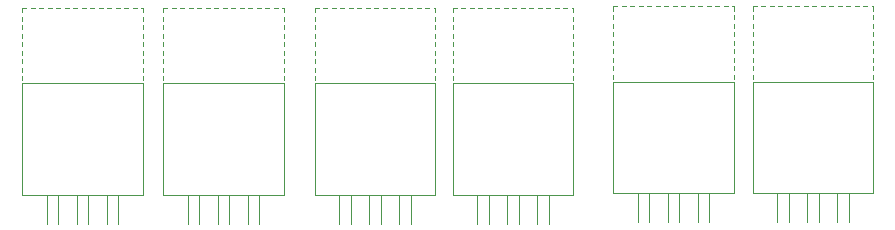
<source format=gbr>
%TF.GenerationSoftware,KiCad,Pcbnew,9.0.3*%
%TF.CreationDate,2025-08-21T00:35:25-03:00*%
%TF.ProjectId,PCB_Inversor,5043425f-496e-4766-9572-736f722e6b69,rev?*%
%TF.SameCoordinates,Original*%
%TF.FileFunction,Legend,Bot*%
%TF.FilePolarity,Positive*%
%FSLAX46Y46*%
G04 Gerber Fmt 4.6, Leading zero omitted, Abs format (unit mm)*
G04 Created by KiCad (PCBNEW 9.0.3) date 2025-08-21 00:35:25*
%MOMM*%
%LPD*%
G01*
G04 APERTURE LIST*
%ADD10C,0.120000*%
G04 APERTURE END LIST*
D10*
%TO.C,Q6*%
X164054000Y-68314000D02*
X164414000Y-68314000D01*
X164054000Y-68714000D02*
X164054000Y-68354000D01*
X164054000Y-69434000D02*
X164054000Y-69074000D01*
X164054000Y-70154000D02*
X164054000Y-69794000D01*
X164054000Y-70874000D02*
X164054000Y-70514000D01*
X164054000Y-71594000D02*
X164054000Y-71234000D01*
X164054000Y-72314000D02*
X164054000Y-71954000D01*
X164054000Y-73034000D02*
X164054000Y-72674000D01*
X164054000Y-73754000D02*
X164054000Y-73394000D01*
X164054000Y-74474000D02*
X164054000Y-74114000D01*
X164054000Y-74714000D02*
X174274000Y-74714000D01*
X164054000Y-84184000D02*
X164054000Y-74714000D01*
X164054000Y-84184000D02*
X174274000Y-84184000D01*
X164774000Y-68314000D02*
X165134000Y-68314000D01*
X165494000Y-68314000D02*
X165854000Y-68314000D01*
X166139000Y-84184000D02*
X166139000Y-86624000D01*
X166214000Y-68314000D02*
X166574000Y-68314000D01*
X166934000Y-68314000D02*
X167294000Y-68314000D01*
X167109000Y-84184000D02*
X167109000Y-86624000D01*
X167654000Y-68314000D02*
X168014000Y-68314000D01*
X168374000Y-68314000D02*
X168734000Y-68314000D01*
X168679000Y-84184000D02*
X168679000Y-86624000D01*
X169094000Y-68314000D02*
X169454000Y-68314000D01*
X169649000Y-84184000D02*
X169649000Y-86624000D01*
X169814000Y-68314000D02*
X170174000Y-68314000D01*
X170534000Y-68314000D02*
X170894000Y-68314000D01*
X171219000Y-84184000D02*
X171219000Y-86624000D01*
X171254000Y-68314000D02*
X171614000Y-68314000D01*
X171974000Y-68314000D02*
X172334000Y-68314000D01*
X172189000Y-84184000D02*
X172189000Y-86624000D01*
X172694000Y-68314000D02*
X173054000Y-68314000D01*
X173414000Y-68314000D02*
X173774000Y-68314000D01*
X174134000Y-68314000D02*
X174274000Y-68314000D01*
X174274000Y-68714000D02*
X174274000Y-68354000D01*
X174274000Y-69434000D02*
X174274000Y-69074000D01*
X174274000Y-70154000D02*
X174274000Y-69794000D01*
X174274000Y-70874000D02*
X174274000Y-70514000D01*
X174274000Y-71594000D02*
X174274000Y-71234000D01*
X174274000Y-72314000D02*
X174274000Y-71954000D01*
X174274000Y-73034000D02*
X174274000Y-72674000D01*
X174274000Y-73754000D02*
X174274000Y-73394000D01*
X174274000Y-74474000D02*
X174274000Y-74114000D01*
X174274000Y-84184000D02*
X174274000Y-74714000D01*
%TO.C,Q4*%
X138654000Y-68441000D02*
X139014000Y-68441000D01*
X138654000Y-68841000D02*
X138654000Y-68481000D01*
X138654000Y-69561000D02*
X138654000Y-69201000D01*
X138654000Y-70281000D02*
X138654000Y-69921000D01*
X138654000Y-71001000D02*
X138654000Y-70641000D01*
X138654000Y-71721000D02*
X138654000Y-71361000D01*
X138654000Y-72441000D02*
X138654000Y-72081000D01*
X138654000Y-73161000D02*
X138654000Y-72801000D01*
X138654000Y-73881000D02*
X138654000Y-73521000D01*
X138654000Y-74601000D02*
X138654000Y-74241000D01*
X138654000Y-74841000D02*
X148874000Y-74841000D01*
X138654000Y-84311000D02*
X138654000Y-74841000D01*
X138654000Y-84311000D02*
X148874000Y-84311000D01*
X139374000Y-68441000D02*
X139734000Y-68441000D01*
X140094000Y-68441000D02*
X140454000Y-68441000D01*
X140739000Y-84311000D02*
X140739000Y-86751000D01*
X140814000Y-68441000D02*
X141174000Y-68441000D01*
X141534000Y-68441000D02*
X141894000Y-68441000D01*
X141709000Y-84311000D02*
X141709000Y-86751000D01*
X142254000Y-68441000D02*
X142614000Y-68441000D01*
X142974000Y-68441000D02*
X143334000Y-68441000D01*
X143279000Y-84311000D02*
X143279000Y-86751000D01*
X143694000Y-68441000D02*
X144054000Y-68441000D01*
X144249000Y-84311000D02*
X144249000Y-86751000D01*
X144414000Y-68441000D02*
X144774000Y-68441000D01*
X145134000Y-68441000D02*
X145494000Y-68441000D01*
X145819000Y-84311000D02*
X145819000Y-86751000D01*
X145854000Y-68441000D02*
X146214000Y-68441000D01*
X146574000Y-68441000D02*
X146934000Y-68441000D01*
X146789000Y-84311000D02*
X146789000Y-86751000D01*
X147294000Y-68441000D02*
X147654000Y-68441000D01*
X148014000Y-68441000D02*
X148374000Y-68441000D01*
X148734000Y-68441000D02*
X148874000Y-68441000D01*
X148874000Y-68841000D02*
X148874000Y-68481000D01*
X148874000Y-69561000D02*
X148874000Y-69201000D01*
X148874000Y-70281000D02*
X148874000Y-69921000D01*
X148874000Y-71001000D02*
X148874000Y-70641000D01*
X148874000Y-71721000D02*
X148874000Y-71361000D01*
X148874000Y-72441000D02*
X148874000Y-72081000D01*
X148874000Y-73161000D02*
X148874000Y-72801000D01*
X148874000Y-73881000D02*
X148874000Y-73521000D01*
X148874000Y-74601000D02*
X148874000Y-74241000D01*
X148874000Y-84311000D02*
X148874000Y-74841000D01*
%TO.C,Q1*%
X102205000Y-68441000D02*
X102565000Y-68441000D01*
X102205000Y-68841000D02*
X102205000Y-68481000D01*
X102205000Y-69561000D02*
X102205000Y-69201000D01*
X102205000Y-70281000D02*
X102205000Y-69921000D01*
X102205000Y-71001000D02*
X102205000Y-70641000D01*
X102205000Y-71721000D02*
X102205000Y-71361000D01*
X102205000Y-72441000D02*
X102205000Y-72081000D01*
X102205000Y-73161000D02*
X102205000Y-72801000D01*
X102205000Y-73881000D02*
X102205000Y-73521000D01*
X102205000Y-74601000D02*
X102205000Y-74241000D01*
X102205000Y-74841000D02*
X112425000Y-74841000D01*
X102205000Y-84311000D02*
X102205000Y-74841000D01*
X102205000Y-84311000D02*
X112425000Y-84311000D01*
X102925000Y-68441000D02*
X103285000Y-68441000D01*
X103645000Y-68441000D02*
X104005000Y-68441000D01*
X104290000Y-84311000D02*
X104290000Y-86751000D01*
X104365000Y-68441000D02*
X104725000Y-68441000D01*
X105085000Y-68441000D02*
X105445000Y-68441000D01*
X105260000Y-84311000D02*
X105260000Y-86751000D01*
X105805000Y-68441000D02*
X106165000Y-68441000D01*
X106525000Y-68441000D02*
X106885000Y-68441000D01*
X106830000Y-84311000D02*
X106830000Y-86751000D01*
X107245000Y-68441000D02*
X107605000Y-68441000D01*
X107800000Y-84311000D02*
X107800000Y-86751000D01*
X107965000Y-68441000D02*
X108325000Y-68441000D01*
X108685000Y-68441000D02*
X109045000Y-68441000D01*
X109370000Y-84311000D02*
X109370000Y-86751000D01*
X109405000Y-68441000D02*
X109765000Y-68441000D01*
X110125000Y-68441000D02*
X110485000Y-68441000D01*
X110340000Y-84311000D02*
X110340000Y-86751000D01*
X110845000Y-68441000D02*
X111205000Y-68441000D01*
X111565000Y-68441000D02*
X111925000Y-68441000D01*
X112285000Y-68441000D02*
X112425000Y-68441000D01*
X112425000Y-68841000D02*
X112425000Y-68481000D01*
X112425000Y-69561000D02*
X112425000Y-69201000D01*
X112425000Y-70281000D02*
X112425000Y-69921000D01*
X112425000Y-71001000D02*
X112425000Y-70641000D01*
X112425000Y-71721000D02*
X112425000Y-71361000D01*
X112425000Y-72441000D02*
X112425000Y-72081000D01*
X112425000Y-73161000D02*
X112425000Y-72801000D01*
X112425000Y-73881000D02*
X112425000Y-73521000D01*
X112425000Y-74601000D02*
X112425000Y-74241000D01*
X112425000Y-84311000D02*
X112425000Y-74841000D01*
%TO.C,Q3*%
X126970000Y-68441000D02*
X127330000Y-68441000D01*
X126970000Y-68841000D02*
X126970000Y-68481000D01*
X126970000Y-69561000D02*
X126970000Y-69201000D01*
X126970000Y-70281000D02*
X126970000Y-69921000D01*
X126970000Y-71001000D02*
X126970000Y-70641000D01*
X126970000Y-71721000D02*
X126970000Y-71361000D01*
X126970000Y-72441000D02*
X126970000Y-72081000D01*
X126970000Y-73161000D02*
X126970000Y-72801000D01*
X126970000Y-73881000D02*
X126970000Y-73521000D01*
X126970000Y-74601000D02*
X126970000Y-74241000D01*
X126970000Y-74841000D02*
X137190000Y-74841000D01*
X126970000Y-84311000D02*
X126970000Y-74841000D01*
X126970000Y-84311000D02*
X137190000Y-84311000D01*
X127690000Y-68441000D02*
X128050000Y-68441000D01*
X128410000Y-68441000D02*
X128770000Y-68441000D01*
X129055000Y-84311000D02*
X129055000Y-86751000D01*
X129130000Y-68441000D02*
X129490000Y-68441000D01*
X129850000Y-68441000D02*
X130210000Y-68441000D01*
X130025000Y-84311000D02*
X130025000Y-86751000D01*
X130570000Y-68441000D02*
X130930000Y-68441000D01*
X131290000Y-68441000D02*
X131650000Y-68441000D01*
X131595000Y-84311000D02*
X131595000Y-86751000D01*
X132010000Y-68441000D02*
X132370000Y-68441000D01*
X132565000Y-84311000D02*
X132565000Y-86751000D01*
X132730000Y-68441000D02*
X133090000Y-68441000D01*
X133450000Y-68441000D02*
X133810000Y-68441000D01*
X134135000Y-84311000D02*
X134135000Y-86751000D01*
X134170000Y-68441000D02*
X134530000Y-68441000D01*
X134890000Y-68441000D02*
X135250000Y-68441000D01*
X135105000Y-84311000D02*
X135105000Y-86751000D01*
X135610000Y-68441000D02*
X135970000Y-68441000D01*
X136330000Y-68441000D02*
X136690000Y-68441000D01*
X137050000Y-68441000D02*
X137190000Y-68441000D01*
X137190000Y-68841000D02*
X137190000Y-68481000D01*
X137190000Y-69561000D02*
X137190000Y-69201000D01*
X137190000Y-70281000D02*
X137190000Y-69921000D01*
X137190000Y-71001000D02*
X137190000Y-70641000D01*
X137190000Y-71721000D02*
X137190000Y-71361000D01*
X137190000Y-72441000D02*
X137190000Y-72081000D01*
X137190000Y-73161000D02*
X137190000Y-72801000D01*
X137190000Y-73881000D02*
X137190000Y-73521000D01*
X137190000Y-74601000D02*
X137190000Y-74241000D01*
X137190000Y-84311000D02*
X137190000Y-74841000D01*
%TO.C,Q2*%
X114143000Y-68441000D02*
X114503000Y-68441000D01*
X114143000Y-68841000D02*
X114143000Y-68481000D01*
X114143000Y-69561000D02*
X114143000Y-69201000D01*
X114143000Y-70281000D02*
X114143000Y-69921000D01*
X114143000Y-71001000D02*
X114143000Y-70641000D01*
X114143000Y-71721000D02*
X114143000Y-71361000D01*
X114143000Y-72441000D02*
X114143000Y-72081000D01*
X114143000Y-73161000D02*
X114143000Y-72801000D01*
X114143000Y-73881000D02*
X114143000Y-73521000D01*
X114143000Y-74601000D02*
X114143000Y-74241000D01*
X114143000Y-74841000D02*
X124363000Y-74841000D01*
X114143000Y-84311000D02*
X114143000Y-74841000D01*
X114143000Y-84311000D02*
X124363000Y-84311000D01*
X114863000Y-68441000D02*
X115223000Y-68441000D01*
X115583000Y-68441000D02*
X115943000Y-68441000D01*
X116228000Y-84311000D02*
X116228000Y-86751000D01*
X116303000Y-68441000D02*
X116663000Y-68441000D01*
X117023000Y-68441000D02*
X117383000Y-68441000D01*
X117198000Y-84311000D02*
X117198000Y-86751000D01*
X117743000Y-68441000D02*
X118103000Y-68441000D01*
X118463000Y-68441000D02*
X118823000Y-68441000D01*
X118768000Y-84311000D02*
X118768000Y-86751000D01*
X119183000Y-68441000D02*
X119543000Y-68441000D01*
X119738000Y-84311000D02*
X119738000Y-86751000D01*
X119903000Y-68441000D02*
X120263000Y-68441000D01*
X120623000Y-68441000D02*
X120983000Y-68441000D01*
X121308000Y-84311000D02*
X121308000Y-86751000D01*
X121343000Y-68441000D02*
X121703000Y-68441000D01*
X122063000Y-68441000D02*
X122423000Y-68441000D01*
X122278000Y-84311000D02*
X122278000Y-86751000D01*
X122783000Y-68441000D02*
X123143000Y-68441000D01*
X123503000Y-68441000D02*
X123863000Y-68441000D01*
X124223000Y-68441000D02*
X124363000Y-68441000D01*
X124363000Y-68841000D02*
X124363000Y-68481000D01*
X124363000Y-69561000D02*
X124363000Y-69201000D01*
X124363000Y-70281000D02*
X124363000Y-69921000D01*
X124363000Y-71001000D02*
X124363000Y-70641000D01*
X124363000Y-71721000D02*
X124363000Y-71361000D01*
X124363000Y-72441000D02*
X124363000Y-72081000D01*
X124363000Y-73161000D02*
X124363000Y-72801000D01*
X124363000Y-73881000D02*
X124363000Y-73521000D01*
X124363000Y-74601000D02*
X124363000Y-74241000D01*
X124363000Y-84311000D02*
X124363000Y-74841000D01*
%TO.C,Q5*%
X152243000Y-68314000D02*
X152603000Y-68314000D01*
X152243000Y-68714000D02*
X152243000Y-68354000D01*
X152243000Y-69434000D02*
X152243000Y-69074000D01*
X152243000Y-70154000D02*
X152243000Y-69794000D01*
X152243000Y-70874000D02*
X152243000Y-70514000D01*
X152243000Y-71594000D02*
X152243000Y-71234000D01*
X152243000Y-72314000D02*
X152243000Y-71954000D01*
X152243000Y-73034000D02*
X152243000Y-72674000D01*
X152243000Y-73754000D02*
X152243000Y-73394000D01*
X152243000Y-74474000D02*
X152243000Y-74114000D01*
X152243000Y-74714000D02*
X162463000Y-74714000D01*
X152243000Y-84184000D02*
X152243000Y-74714000D01*
X152243000Y-84184000D02*
X162463000Y-84184000D01*
X152963000Y-68314000D02*
X153323000Y-68314000D01*
X153683000Y-68314000D02*
X154043000Y-68314000D01*
X154328000Y-84184000D02*
X154328000Y-86624000D01*
X154403000Y-68314000D02*
X154763000Y-68314000D01*
X155123000Y-68314000D02*
X155483000Y-68314000D01*
X155298000Y-84184000D02*
X155298000Y-86624000D01*
X155843000Y-68314000D02*
X156203000Y-68314000D01*
X156563000Y-68314000D02*
X156923000Y-68314000D01*
X156868000Y-84184000D02*
X156868000Y-86624000D01*
X157283000Y-68314000D02*
X157643000Y-68314000D01*
X157838000Y-84184000D02*
X157838000Y-86624000D01*
X158003000Y-68314000D02*
X158363000Y-68314000D01*
X158723000Y-68314000D02*
X159083000Y-68314000D01*
X159408000Y-84184000D02*
X159408000Y-86624000D01*
X159443000Y-68314000D02*
X159803000Y-68314000D01*
X160163000Y-68314000D02*
X160523000Y-68314000D01*
X160378000Y-84184000D02*
X160378000Y-86624000D01*
X160883000Y-68314000D02*
X161243000Y-68314000D01*
X161603000Y-68314000D02*
X161963000Y-68314000D01*
X162323000Y-68314000D02*
X162463000Y-68314000D01*
X162463000Y-68714000D02*
X162463000Y-68354000D01*
X162463000Y-69434000D02*
X162463000Y-69074000D01*
X162463000Y-70154000D02*
X162463000Y-69794000D01*
X162463000Y-70874000D02*
X162463000Y-70514000D01*
X162463000Y-71594000D02*
X162463000Y-71234000D01*
X162463000Y-72314000D02*
X162463000Y-71954000D01*
X162463000Y-73034000D02*
X162463000Y-72674000D01*
X162463000Y-73754000D02*
X162463000Y-73394000D01*
X162463000Y-74474000D02*
X162463000Y-74114000D01*
X162463000Y-84184000D02*
X162463000Y-74714000D01*
%TD*%
M02*

</source>
